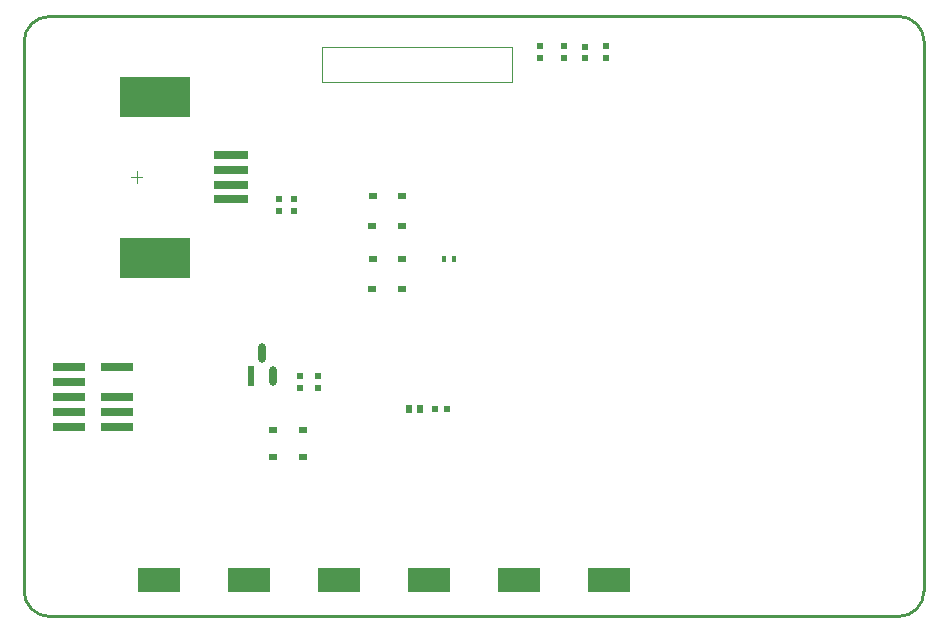
<source format=gtp>
G04*
G04 #@! TF.GenerationSoftware,Altium Limited,Altium Designer,21.3.2 (30)*
G04*
G04 Layer_Color=8421504*
%FSLAX44Y44*%
%MOMM*%
G71*
G04*
G04 #@! TF.SameCoordinates,9234EC1E-5B27-41C9-997F-A59CE03DEA51*
G04*
G04*
G04 #@! TF.FilePolarity,Positive*
G04*
G01*
G75*
%ADD10C,0.2540*%
%ADD15C,0.0500*%
%ADD16R,0.6000X0.6000*%
%ADD17R,0.5000X0.7000*%
%ADD18R,0.5000X0.6000*%
%ADD19R,0.3100X0.5500*%
G04:AMPARAMS|DCode=20|XSize=1.6587mm|YSize=0.6268mm|CornerRadius=0.3134mm|HoleSize=0mm|Usage=FLASHONLY|Rotation=90.000|XOffset=0mm|YOffset=0mm|HoleType=Round|Shape=RoundedRectangle|*
%AMROUNDEDRECTD20*
21,1,1.6587,0.0000,0,0,90.0*
21,1,1.0319,0.6268,0,0,90.0*
1,1,0.6268,0.0000,0.5159*
1,1,0.6268,0.0000,-0.5159*
1,1,0.6268,0.0000,-0.5159*
1,1,0.6268,0.0000,0.5159*
%
%ADD20ROUNDEDRECTD20*%
%ADD21R,0.6268X1.6587*%
%ADD22R,0.8000X0.6000*%
%ADD23R,3.6500X2.0500*%
%ADD24R,3.0000X0.7000*%
%ADD25R,6.0400X3.4000*%
%ADD26R,2.7900X0.7400*%
D10*
X275499Y762000D02*
G03*
X254000Y740501I0J-21499D01*
G01*
Y275499D02*
G03*
X275499Y254000I21499J0D01*
G01*
X1016000Y740501D02*
G03*
X994501Y762000I-21499J0D01*
G01*
Y254000D02*
G03*
X1016000Y275499I0J21499D01*
G01*
X275499Y762000D02*
X994501D01*
X275499Y254000D02*
X994501D01*
X254000Y275499D02*
Y740501D01*
X1016000Y275499D02*
Y740501D01*
D15*
X667090Y706410D02*
Y736310D01*
X506390Y706410D02*
X667090D01*
X506390D02*
Y736310D01*
X667090D01*
X344260Y625810D02*
X354260D01*
X349260Y620810D02*
Y630810D01*
D16*
X746760Y736600D02*
D03*
Y726600D02*
D03*
X728980Y736520D02*
D03*
Y726520D02*
D03*
X690880Y736600D02*
D03*
Y726600D02*
D03*
X711200D02*
D03*
Y736600D02*
D03*
X502920Y447200D02*
D03*
Y457200D02*
D03*
X487680Y447200D02*
D03*
Y457200D02*
D03*
X482600Y597060D02*
D03*
Y607060D02*
D03*
X469900D02*
D03*
Y597060D02*
D03*
D17*
X589110Y429260D02*
D03*
X579610D02*
D03*
D18*
X612140D02*
D03*
X602140D02*
D03*
D19*
X618000Y556260D02*
D03*
X609600D02*
D03*
D20*
X455670Y476734D02*
D03*
X464820Y457200D02*
D03*
D21*
X446520D02*
D03*
D22*
X549040Y609600D02*
D03*
X574040D02*
D03*
X548840Y530860D02*
D03*
X573840D02*
D03*
X465020Y388620D02*
D03*
X490020D02*
D03*
X549040Y556260D02*
D03*
X574040D02*
D03*
X548640Y584200D02*
D03*
X573640D02*
D03*
X465020Y411480D02*
D03*
X490020D02*
D03*
D23*
X596900Y284480D02*
D03*
X444500D02*
D03*
X520700D02*
D03*
X673100D02*
D03*
X749300D02*
D03*
X368300D02*
D03*
D24*
X429260Y632060D02*
D03*
Y619560D02*
D03*
Y644560D02*
D03*
Y607060D02*
D03*
D25*
X365260Y557810D02*
D03*
Y693810D02*
D03*
D26*
X332800Y414020D02*
D03*
Y426720D02*
D03*
Y439420D02*
D03*
Y464820D02*
D03*
X292100Y414020D02*
D03*
Y426720D02*
D03*
Y439420D02*
D03*
Y452120D02*
D03*
Y464820D02*
D03*
M02*

</source>
